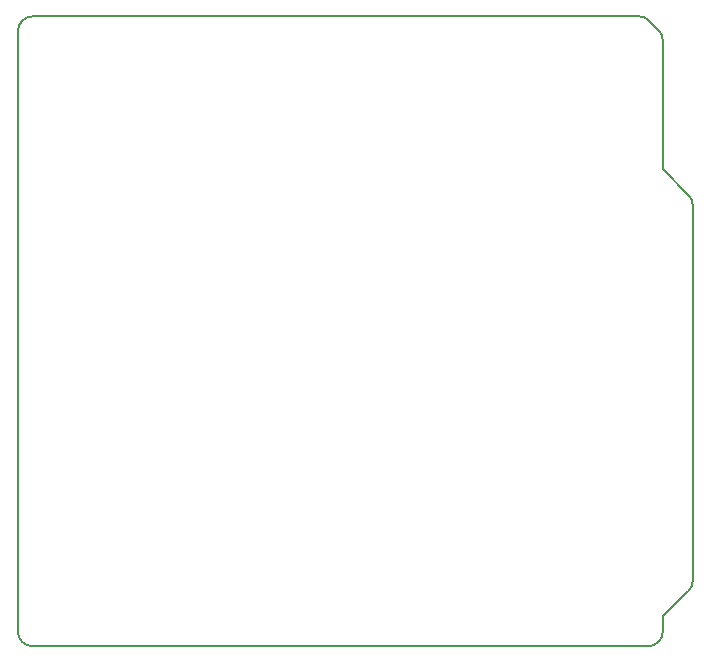
<source format=gm1>
%TF.GenerationSoftware,KiCad,Pcbnew,(5.1.6)-1*%
%TF.CreationDate,2020-09-08T16:49:51+09:00*%
%TF.ProjectId,td4-shield,7464342d-7368-4696-956c-642e6b696361,rev?*%
%TF.SameCoordinates,Original*%
%TF.FileFunction,Profile,NP*%
%FSLAX46Y46*%
G04 Gerber Fmt 4.6, Leading zero omitted, Abs format (unit mm)*
G04 Created by KiCad (PCBNEW (5.1.6)-1) date 2020-09-08 16:49:51*
%MOMM*%
%LPD*%
G01*
G04 APERTURE LIST*
%TA.AperFunction,Profile*%
%ADD10C,0.150000*%
%TD*%
G04 APERTURE END LIST*
D10*
X179578000Y-120777000D02*
G75*
G02*
X179206026Y-121675025I-1269999J0D01*
G01*
X179206026Y-88128974D02*
G75*
G02*
X179578000Y-89027000I-898026J-898026D01*
G01*
X175006000Y-73025000D02*
G75*
G02*
X175904025Y-73396974I0J-1269999D01*
G01*
X176666026Y-74158974D02*
G75*
G02*
X177038000Y-75057000I-898026J-898026D01*
G01*
X177038000Y-125095000D02*
G75*
G02*
X175768000Y-126365000I-1270000J0D01*
G01*
X123698000Y-126365000D02*
G75*
G02*
X122428000Y-125095000I0J1270000D01*
G01*
X122428000Y-74295000D02*
G75*
G02*
X123698000Y-73025000I1270000J0D01*
G01*
X179578000Y-120777000D02*
X179578000Y-89027000D01*
X175006000Y-73025000D02*
X123698000Y-73025000D01*
X179206026Y-88128974D02*
X177038000Y-85979000D01*
X122428000Y-74295000D02*
X122428000Y-125095000D01*
X123698000Y-126365000D02*
X175768000Y-126365000D01*
X177038000Y-123825000D02*
X179206026Y-121675025D01*
X177038000Y-125095000D02*
X177038000Y-123825000D01*
X176666026Y-74158974D02*
X175904025Y-73396974D01*
X177038000Y-85979000D02*
X177038000Y-75057000D01*
M02*

</source>
